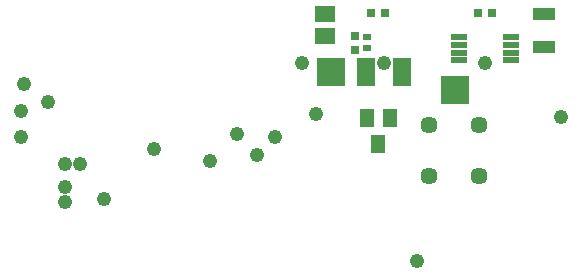
<source format=gbs>
G75*
%MOIN*%
%OFA0B0*%
%FSLAX25Y25*%
%IPPOS*%
%LPD*%
%AMOC8*
5,1,8,0,0,1.08239X$1,22.5*
%
%ADD10C,0.05700*%
%ADD11R,0.02760X0.02160*%
%ADD12R,0.05880X0.09480*%
%ADD13R,0.06580X0.05280*%
%ADD14R,0.02880X0.03080*%
%ADD15R,0.03080X0.02880*%
%ADD16R,0.05760X0.02160*%
%ADD17R,0.07820X0.04320*%
%ADD18R,0.04724X0.06299*%
%ADD19R,0.09449X0.09449*%
%ADD20C,0.04800*%
D10*
X0303165Y0253953D03*
X0319898Y0253953D03*
X0319898Y0270685D03*
X0303165Y0270685D03*
D11*
X0282496Y0296344D03*
X0282496Y0300144D03*
D12*
X0282402Y0288402D03*
X0294402Y0288402D03*
D13*
X0268717Y0300550D03*
X0268717Y0307750D03*
D14*
X0278559Y0300544D03*
X0278559Y0295944D03*
D15*
X0284133Y0308087D03*
X0288733Y0308087D03*
X0319566Y0308087D03*
X0324166Y0308087D03*
D16*
X0330566Y0300076D03*
X0330566Y0297576D03*
X0330566Y0294976D03*
X0330566Y0292476D03*
X0313166Y0292476D03*
X0313166Y0294976D03*
X0313166Y0297576D03*
X0313166Y0300076D03*
D17*
X0341551Y0296681D03*
X0341551Y0307681D03*
D18*
X0290173Y0273047D03*
X0282693Y0273047D03*
X0286433Y0264386D03*
D19*
X0312024Y0282496D03*
X0270685Y0288402D03*
D20*
X0299228Y0225409D03*
X0251984Y0266748D03*
X0246079Y0260843D03*
X0239189Y0267732D03*
X0230331Y0258874D03*
X0211630Y0262811D03*
X0194898Y0246079D03*
X0182102Y0245094D03*
X0182102Y0250016D03*
X0182102Y0257890D03*
X0187024Y0257890D03*
X0167339Y0266748D03*
X0167339Y0275606D03*
X0176197Y0278559D03*
X0168323Y0284465D03*
X0260843Y0291354D03*
X0265764Y0274622D03*
X0288402Y0291354D03*
X0321866Y0291354D03*
X0347457Y0273638D03*
M02*

</source>
